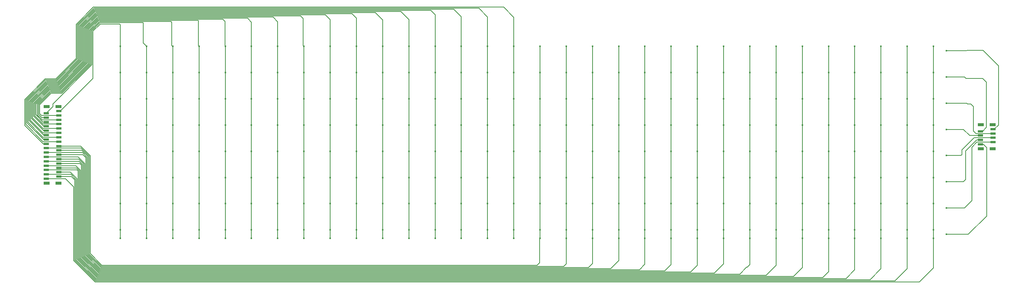
<source format=gbl>
G04 #@! TF.GenerationSoftware,KiCad,Pcbnew,6.0.8+dfsg-1~bpo11+1*
G04 #@! TF.CreationDate,2023-03-24T18:53:16-04:00*
G04 #@! TF.ProjectId,captouch_sensor_diamond_large_gaps,63617074-6f75-4636-985f-73656e736f72,rev?*
G04 #@! TF.SameCoordinates,Original*
G04 #@! TF.FileFunction,Copper,L2,Bot*
G04 #@! TF.FilePolarity,Positive*
%FSLAX46Y46*%
G04 Gerber Fmt 4.6, Leading zero omitted, Abs format (unit mm)*
G04 Created by KiCad (PCBNEW 6.0.8+dfsg-1~bpo11+1) date 2023-03-24 18:53:16*
%MOMM*%
%LPD*%
G01*
G04 APERTURE LIST*
G04 #@! TA.AperFunction,SMDPad,CuDef*
%ADD10R,1.200000X0.600000*%
G04 #@! TD*
G04 #@! TA.AperFunction,SMDPad,CuDef*
%ADD11R,1.400000X0.800000*%
G04 #@! TD*
G04 #@! TA.AperFunction,ViaPad*
%ADD12C,0.400000*%
G04 #@! TD*
G04 #@! TA.AperFunction,Conductor*
%ADD13C,0.127000*%
G04 #@! TD*
G04 APERTURE END LIST*
D10*
X52125000Y-72625000D03*
X49225000Y-73125000D03*
X52125000Y-73625000D03*
X49225000Y-74125000D03*
X52125000Y-74625000D03*
X49225000Y-75125000D03*
X52125000Y-75625000D03*
X49225000Y-76125000D03*
X52125000Y-76625000D03*
X49225000Y-77125000D03*
X52125000Y-77625000D03*
X49225000Y-78125000D03*
X52125000Y-78625000D03*
X49225000Y-79125000D03*
X52125000Y-79625000D03*
X49225000Y-80125000D03*
X52125000Y-80625000D03*
X49225000Y-81125000D03*
X52125000Y-81625000D03*
X49225000Y-82125000D03*
X52125000Y-82625000D03*
X49225000Y-83125000D03*
X52125000Y-83625000D03*
X49225000Y-84125000D03*
X52125000Y-84625000D03*
X49225000Y-85125000D03*
X52125000Y-85625000D03*
X49225000Y-86125000D03*
X52125000Y-86625000D03*
X49225000Y-87125000D03*
X52125000Y-87625000D03*
X49225000Y-88125000D03*
D11*
X52025000Y-71625000D03*
X49325000Y-71625000D03*
X52025000Y-89125000D03*
X49325000Y-89125000D03*
D10*
X265775000Y-76750000D03*
X262875000Y-77250000D03*
X265775000Y-77750000D03*
X262875000Y-78250000D03*
X265775000Y-78750000D03*
X262875000Y-79250000D03*
X265775000Y-79750000D03*
X262875000Y-80250000D03*
D11*
X265675000Y-75750000D03*
X262975000Y-75750000D03*
X265675000Y-81250000D03*
X262975000Y-81250000D03*
D12*
X255075000Y-58825000D03*
X255075000Y-64825000D03*
X255075000Y-70825000D03*
X255075000Y-76825000D03*
X255075000Y-82825000D03*
X255075000Y-88825000D03*
X255075000Y-94825000D03*
X255075000Y-100825000D03*
X66150000Y-101775000D03*
X66150000Y-93825000D03*
X66150000Y-87825000D03*
X66150000Y-63825000D03*
X66150000Y-57825000D03*
X66150000Y-75825000D03*
X66150000Y-69825000D03*
X66150000Y-81825000D03*
X66150000Y-99825000D03*
X72150000Y-75825000D03*
X72150000Y-63825000D03*
X72150000Y-81825000D03*
X72150000Y-93825000D03*
X72150000Y-87825000D03*
X72150000Y-57825000D03*
X72150000Y-69825000D03*
X72150000Y-101775000D03*
X72150000Y-99825000D03*
X78150000Y-69825000D03*
X78150000Y-93825000D03*
X78150000Y-57825000D03*
X78150000Y-101775000D03*
X78150000Y-99825000D03*
X78150000Y-63825000D03*
X78150000Y-87825000D03*
X78150000Y-75825000D03*
X78150000Y-81825000D03*
X84150000Y-101775000D03*
X84150000Y-99825000D03*
X84150000Y-75825000D03*
X84150000Y-57825000D03*
X84150000Y-87825000D03*
X84150000Y-69825000D03*
X84150000Y-63825000D03*
X84150000Y-81825000D03*
X84150000Y-93825000D03*
X90150000Y-99825000D03*
X90150000Y-87825000D03*
X90150000Y-63825000D03*
X90150000Y-69825000D03*
X90150000Y-57825000D03*
X90150000Y-101775000D03*
X90150000Y-81825000D03*
X90150000Y-75825000D03*
X90150000Y-93825000D03*
X96150000Y-57825000D03*
X96150000Y-75825000D03*
X96150000Y-87825000D03*
X96150000Y-99825000D03*
X96150000Y-63825000D03*
X96150000Y-81825000D03*
X96150000Y-101775000D03*
X96150000Y-69825000D03*
X96150000Y-93825000D03*
X102150000Y-101775000D03*
X102150000Y-93825000D03*
X102150000Y-63825000D03*
X102150000Y-81825000D03*
X102150000Y-69825000D03*
X102150000Y-75825000D03*
X102150000Y-87825000D03*
X102150000Y-57825000D03*
X102150000Y-99825000D03*
X108150000Y-93825000D03*
X108150000Y-57825000D03*
X108150000Y-99825000D03*
X108150000Y-75825000D03*
X108150000Y-87825000D03*
X108150000Y-63825000D03*
X108150000Y-81825000D03*
X108150000Y-101775000D03*
X108150000Y-69825000D03*
X114150000Y-75825000D03*
X114150000Y-69825000D03*
X114150000Y-63825000D03*
X114150000Y-87825000D03*
X114150000Y-99825000D03*
X114150000Y-57825000D03*
X114150000Y-81825000D03*
X114150000Y-101775000D03*
X114150000Y-93825000D03*
X120150000Y-101775000D03*
X120150000Y-69825000D03*
X120150000Y-87825000D03*
X120150000Y-57825000D03*
X120150000Y-93825000D03*
X120150000Y-75825000D03*
X120150000Y-99825000D03*
X120150000Y-63825000D03*
X120150000Y-81825000D03*
X126150000Y-87825000D03*
X126150000Y-93825000D03*
X126150000Y-99825000D03*
X126150000Y-75825000D03*
X126150000Y-101775000D03*
X126150000Y-69825000D03*
X126150000Y-63825000D03*
X126150000Y-57825000D03*
X126150000Y-81825000D03*
X132150000Y-63825000D03*
X132150000Y-101775000D03*
X132150000Y-93825000D03*
X132150000Y-99825000D03*
X132150000Y-57825000D03*
X132150000Y-75825000D03*
X132150000Y-81825000D03*
X132150000Y-69825000D03*
X132150000Y-87825000D03*
X138150000Y-93825000D03*
X138150000Y-87825000D03*
X138150000Y-75825000D03*
X138150000Y-99825000D03*
X138150000Y-81825000D03*
X138150000Y-63825000D03*
X138150000Y-101775000D03*
X138150000Y-69825000D03*
X138150000Y-57825000D03*
X144150000Y-57825000D03*
X144150000Y-99825000D03*
X144150000Y-101775000D03*
X144150000Y-93825000D03*
X144150000Y-63825000D03*
X144150000Y-75825000D03*
X144150000Y-87825000D03*
X144150000Y-69825000D03*
X144150000Y-81825000D03*
X150150000Y-63825000D03*
X150150000Y-99825000D03*
X150150000Y-87825000D03*
X150150000Y-75825000D03*
X150150000Y-93825000D03*
X150150000Y-101775000D03*
X150150000Y-69825000D03*
X150150000Y-81825000D03*
X150150000Y-57825000D03*
X156150000Y-81825000D03*
X156150000Y-57825000D03*
X156150000Y-69825000D03*
X156150000Y-99825000D03*
X156150000Y-101775000D03*
X156150000Y-93825000D03*
X156150000Y-87825000D03*
X156150000Y-63825000D03*
X156150000Y-75825000D03*
X162150000Y-93825000D03*
X162150000Y-69825000D03*
X162150000Y-75825000D03*
X162150000Y-87825000D03*
X162150000Y-99825000D03*
X162150000Y-81825000D03*
X162150000Y-57825000D03*
X162150000Y-101775000D03*
X162150000Y-63825000D03*
X168150000Y-57825000D03*
X168150000Y-75825000D03*
X168150000Y-101775000D03*
X168150000Y-93825000D03*
X168150000Y-63825000D03*
X168150000Y-99825000D03*
X168150000Y-81825000D03*
X168150000Y-69825000D03*
X168150000Y-87825000D03*
X174150000Y-69825000D03*
X174150000Y-75825000D03*
X174150000Y-101775000D03*
X174150000Y-57825000D03*
X174150000Y-87825000D03*
X174150000Y-63825000D03*
X174150000Y-93825000D03*
X174150000Y-81825000D03*
X174150000Y-99825000D03*
X180150000Y-57825000D03*
X180150000Y-63825000D03*
X180150000Y-87825000D03*
X180150000Y-101775000D03*
X180150000Y-69825000D03*
X180150000Y-75825000D03*
X180150000Y-99825000D03*
X180150000Y-93825000D03*
X180150000Y-81825000D03*
X186150000Y-63825000D03*
X186150000Y-87825000D03*
X186150000Y-57825000D03*
X186150000Y-81825000D03*
X186150000Y-99825000D03*
X186150000Y-69825000D03*
X186150000Y-93825000D03*
X186150000Y-101775000D03*
X186150000Y-75825000D03*
X192150000Y-63825000D03*
X192150000Y-81825000D03*
X192150000Y-99825000D03*
X192150000Y-57825000D03*
X192150000Y-87825000D03*
X192150000Y-69825000D03*
X192150000Y-93825000D03*
X192150000Y-101775000D03*
X192150000Y-75825000D03*
X198150000Y-75825000D03*
X198150000Y-81825000D03*
X198150000Y-93825000D03*
X198150000Y-69825000D03*
X198150000Y-101775000D03*
X198150000Y-99825000D03*
X198150000Y-87825000D03*
X198150000Y-57825000D03*
X198150000Y-63825000D03*
X204150000Y-99825000D03*
X204150000Y-69825000D03*
X204150000Y-57825000D03*
X204150000Y-75825000D03*
X204150000Y-101775000D03*
X204150000Y-81825000D03*
X204150000Y-63825000D03*
X204150000Y-87825000D03*
X204150000Y-93825000D03*
X210150000Y-57825000D03*
X210150000Y-93825000D03*
X210150000Y-69825000D03*
X210150000Y-81825000D03*
X210150000Y-101775000D03*
X210150000Y-75825000D03*
X210150000Y-99825000D03*
X210150000Y-63825000D03*
X210150000Y-87825000D03*
X216150000Y-69825000D03*
X216150000Y-87825000D03*
X216150000Y-81825000D03*
X216150000Y-57825000D03*
X216150000Y-93825000D03*
X216150000Y-99825000D03*
X216150000Y-101775000D03*
X216150000Y-75825000D03*
X216150000Y-63825000D03*
X222150000Y-69825000D03*
X222150000Y-75825000D03*
X222150000Y-81825000D03*
X222150000Y-101775000D03*
X222150000Y-87825000D03*
X222150000Y-93825000D03*
X222150000Y-99825000D03*
X222150000Y-63825000D03*
X222150000Y-57825000D03*
X228150000Y-99825000D03*
X228150000Y-87825000D03*
X228150000Y-63825000D03*
X228150000Y-75825000D03*
X228150000Y-93825000D03*
X228150000Y-81825000D03*
X228150000Y-57825000D03*
X228150000Y-101775000D03*
X228150000Y-69825000D03*
X234150000Y-69825000D03*
X234150000Y-57825000D03*
X234150000Y-87825000D03*
X234150000Y-93825000D03*
X234150000Y-101775000D03*
X234150000Y-63825000D03*
X234150000Y-81825000D03*
X234150000Y-75825000D03*
X234150000Y-99825000D03*
X240150000Y-99825000D03*
X240150000Y-63825000D03*
X240150000Y-101775000D03*
X240150000Y-57825000D03*
X240150000Y-69825000D03*
X240150000Y-75825000D03*
X240150000Y-81825000D03*
X240150000Y-87825000D03*
X240150000Y-93825000D03*
X246150000Y-63825000D03*
X246150000Y-57825000D03*
X246150000Y-81825000D03*
X246150000Y-93825000D03*
X246150000Y-69825000D03*
X246150000Y-87825000D03*
X246150000Y-99825000D03*
X246150000Y-75825000D03*
X246150000Y-101775000D03*
X252150000Y-93825000D03*
X252150000Y-81825000D03*
X252150000Y-69825000D03*
X252150000Y-87825000D03*
X252150000Y-57825000D03*
X252150000Y-101775000D03*
X252150000Y-99825000D03*
X252150000Y-63825000D03*
X252150000Y-75825000D03*
D13*
X266075000Y-76750000D02*
X267025000Y-75800000D01*
X267025000Y-62300000D02*
X263500000Y-58775000D01*
X259775000Y-58775000D02*
X263500000Y-58775000D01*
X265775000Y-76750000D02*
X266075000Y-76750000D01*
X259725000Y-58825000D02*
X259775000Y-58775000D01*
X255075000Y-58825000D02*
X259725000Y-58825000D01*
X267025000Y-75800000D02*
X267025000Y-62300000D01*
X262875000Y-77250000D02*
X263375000Y-77250000D01*
X259275000Y-64825000D02*
X259600000Y-65150000D01*
X264300000Y-76325000D02*
X264300000Y-66050000D01*
X255075000Y-64825000D02*
X259275000Y-64825000D01*
X263400000Y-65150000D02*
X259600000Y-65150000D01*
X263375000Y-77250000D02*
X264300000Y-76325000D01*
X264300000Y-66050000D02*
X263400000Y-65150000D01*
X265775000Y-77750000D02*
X261850000Y-77750000D01*
X255075000Y-70825000D02*
X259800000Y-70825000D01*
X261325000Y-71600000D02*
X260700000Y-70975000D01*
X261850000Y-77750000D02*
X261325000Y-77225000D01*
X259800000Y-70825000D02*
X259950000Y-70975000D01*
X261325000Y-77225000D02*
X261325000Y-71600000D01*
X260700000Y-70975000D02*
X259950000Y-70975000D01*
X258875000Y-76825000D02*
X258900000Y-76850000D01*
X262875000Y-78250000D02*
X260450000Y-78250000D01*
X260450000Y-78250000D02*
X259050000Y-76850000D01*
X255075000Y-76825000D02*
X258875000Y-76825000D01*
X259050000Y-76850000D02*
X258900000Y-76850000D01*
X258450000Y-82825000D02*
X258700000Y-82575000D01*
X258700000Y-81475000D02*
X261425000Y-78750000D01*
X255075000Y-82825000D02*
X258450000Y-82825000D01*
X258700000Y-82575000D02*
X258700000Y-81475000D01*
X261425000Y-78750000D02*
X265775000Y-78750000D01*
X262025000Y-79250000D02*
X262875000Y-79250000D01*
X259500000Y-81775000D02*
X262025000Y-79250000D01*
X259500000Y-88300000D02*
X259500000Y-81775000D01*
X255075000Y-88825000D02*
X258975000Y-88825000D01*
X258975000Y-88825000D02*
X259500000Y-88300000D01*
X255075000Y-94825000D02*
X259275000Y-94825000D01*
X260950000Y-80894000D02*
X262094000Y-79750000D01*
X260950000Y-93150000D02*
X260950000Y-80894000D01*
X259275000Y-94825000D02*
X260950000Y-93150000D01*
X262094000Y-79750000D02*
X265775000Y-79750000D01*
X260150000Y-100825000D02*
X264325000Y-96650000D01*
X264325000Y-80973000D02*
X263602000Y-80250000D01*
X264325000Y-96650000D02*
X264325000Y-80973000D01*
X263602000Y-80250000D02*
X262875000Y-80250000D01*
X255075000Y-100825000D02*
X260150000Y-100825000D01*
X59875000Y-65175000D02*
X59875000Y-54375000D01*
X66150000Y-57825000D02*
X66150000Y-101775000D01*
X59875000Y-54375000D02*
X61550000Y-52700000D01*
X66150000Y-57825000D02*
X66150000Y-52875000D01*
X52425000Y-72625000D02*
X59875000Y-65175000D01*
X61550000Y-52700000D02*
X65975000Y-52700000D01*
X66150000Y-52875000D02*
X65975000Y-52700000D01*
X52125000Y-72625000D02*
X52425000Y-72625000D01*
X71400000Y-57075000D02*
X72150000Y-57825000D01*
X50725000Y-70975000D02*
X59621000Y-62079000D01*
X50725000Y-71625000D02*
X50725000Y-70975000D01*
X59621000Y-54269790D02*
X61465790Y-52425000D01*
X49225000Y-73125000D02*
X50725000Y-71625000D01*
X61465790Y-52425000D02*
X71400000Y-52425000D01*
X72150000Y-57825000D02*
X72150000Y-101775000D01*
X59621000Y-62079000D02*
X59621000Y-54269790D01*
X71400000Y-52425000D02*
X71400000Y-57075000D01*
X52765790Y-68575000D02*
X59367000Y-61973790D01*
X78150000Y-57825000D02*
X78150000Y-101775000D01*
X59367000Y-61973790D02*
X59367000Y-54164580D01*
X48100000Y-73625000D02*
X47700000Y-73225000D01*
X77950000Y-52375000D02*
X77950000Y-57625000D01*
X77746000Y-52171000D02*
X77950000Y-52375000D01*
X59367000Y-54164580D02*
X61360580Y-52171000D01*
X52125000Y-73625000D02*
X48100000Y-73625000D01*
X50325000Y-68575000D02*
X52765790Y-68575000D01*
X77950000Y-57625000D02*
X78150000Y-57825000D01*
X47700000Y-73225000D02*
X47700000Y-71200000D01*
X47700000Y-71200000D02*
X50325000Y-68575000D01*
X61360580Y-52171000D02*
X77746000Y-52171000D01*
X52660580Y-68321000D02*
X59113000Y-61868580D01*
X84150000Y-57825000D02*
X84150000Y-101775000D01*
X59113000Y-54059370D02*
X61255370Y-51917000D01*
X61255370Y-51917000D02*
X83892000Y-51917000D01*
X59113000Y-61868580D02*
X59113000Y-54059370D01*
X83975000Y-57650000D02*
X84150000Y-57825000D01*
X48200000Y-74125000D02*
X47446000Y-73371000D01*
X83892000Y-51917000D02*
X83975000Y-52000000D01*
X83975000Y-52000000D02*
X83975000Y-57650000D01*
X50219790Y-68321000D02*
X52660580Y-68321000D01*
X47446000Y-73371000D02*
X47446000Y-71094790D01*
X47446000Y-71094790D02*
X50219790Y-68321000D01*
X49225000Y-74125000D02*
X48200000Y-74125000D01*
X90075000Y-52175000D02*
X90075000Y-57750000D01*
X47192000Y-70989580D02*
X50114580Y-68067000D01*
X52555370Y-68067000D02*
X58859000Y-61763370D01*
X48300000Y-74625000D02*
X47192000Y-73517000D01*
X61150160Y-51663000D02*
X89563000Y-51663000D01*
X58859000Y-61763370D02*
X58859000Y-53954160D01*
X52125000Y-74625000D02*
X48300000Y-74625000D01*
X89563000Y-51663000D02*
X90075000Y-52175000D01*
X58859000Y-53954160D02*
X61150160Y-51663000D01*
X47192000Y-73517000D02*
X47192000Y-70989580D01*
X50114580Y-68067000D02*
X52555370Y-68067000D01*
X90150000Y-57825000D02*
X90150000Y-101775000D01*
X90075000Y-57750000D02*
X90150000Y-57825000D01*
X61044950Y-51409000D02*
X58605000Y-53848950D01*
X95234000Y-51409000D02*
X61044950Y-51409000D01*
X96150000Y-57825000D02*
X96150000Y-52325000D01*
X46800000Y-73484210D02*
X48440790Y-75125000D01*
X48440790Y-75125000D02*
X49225000Y-75125000D01*
X50009370Y-67813000D02*
X46800000Y-71022370D01*
X46800000Y-71022370D02*
X46800000Y-73484210D01*
X96150000Y-52325000D02*
X95234000Y-51409000D01*
X58605000Y-61658160D02*
X52450160Y-67813000D01*
X52450160Y-67813000D02*
X50009370Y-67813000D01*
X58605000Y-53848950D02*
X58605000Y-61658160D01*
X96150000Y-57825000D02*
X96150000Y-101775000D01*
X102150000Y-52225000D02*
X102150000Y-57825000D01*
X101080000Y-51155000D02*
X102150000Y-52225000D01*
X58351000Y-61552950D02*
X58351000Y-53743740D01*
X46546000Y-70917160D02*
X49904160Y-67559000D01*
X52125000Y-75625000D02*
X48444000Y-75625000D01*
X52344950Y-67559000D02*
X58351000Y-61552950D01*
X60939740Y-51155000D02*
X101080000Y-51155000D01*
X46546000Y-73727000D02*
X46546000Y-70917160D01*
X49904160Y-67559000D02*
X52344950Y-67559000D01*
X102150000Y-57825000D02*
X102150000Y-101775000D01*
X48444000Y-75625000D02*
X46546000Y-73727000D01*
X58351000Y-53743740D02*
X60939740Y-51155000D01*
X107401000Y-50901000D02*
X107937500Y-51437500D01*
X52239740Y-67305000D02*
X58097000Y-61447740D01*
X49225000Y-76125000D02*
X48584790Y-76125000D01*
X107937500Y-51437500D02*
X107937500Y-57612500D01*
X48584790Y-76125000D02*
X46292000Y-73832210D01*
X107937500Y-57612500D02*
X108150000Y-57825000D01*
X108150000Y-57825000D02*
X108150000Y-101775000D01*
X46292000Y-70811950D02*
X49798950Y-67305000D01*
X60834530Y-50901000D02*
X107401000Y-50901000D01*
X58097000Y-53638530D02*
X60834530Y-50901000D01*
X58097000Y-61447740D02*
X58097000Y-53638530D01*
X49798950Y-67305000D02*
X52239740Y-67305000D01*
X46292000Y-73832210D02*
X46292000Y-70811950D01*
X49693740Y-67051000D02*
X52134530Y-67051000D01*
X52125000Y-76625000D02*
X48444000Y-76625000D01*
X60729320Y-50647000D02*
X113072000Y-50647000D01*
X52134530Y-67051000D02*
X57843000Y-61342530D01*
X113072000Y-50647000D02*
X114150000Y-51725000D01*
X46038000Y-70706740D02*
X49693740Y-67051000D01*
X114150000Y-51725000D02*
X114150000Y-57825000D01*
X57843000Y-53533320D02*
X60729320Y-50647000D01*
X46038000Y-74219000D02*
X46038000Y-70706740D01*
X48444000Y-76625000D02*
X46038000Y-74219000D01*
X114150000Y-57825000D02*
X114150000Y-101775000D01*
X57843000Y-61342530D02*
X57843000Y-53533320D01*
X49588530Y-66797000D02*
X45784000Y-70601530D01*
X52029320Y-66797000D02*
X49588530Y-66797000D01*
X120150000Y-57825000D02*
X120150000Y-51375000D01*
X57589000Y-61237320D02*
X52029320Y-66797000D01*
X120150000Y-51375000D02*
X119168000Y-50393000D01*
X45784000Y-74324210D02*
X48584790Y-77125000D01*
X120150000Y-57825000D02*
X120150000Y-101775000D01*
X45784000Y-70601530D02*
X45784000Y-74324210D01*
X60624110Y-50393000D02*
X57589000Y-53428110D01*
X57589000Y-53428110D02*
X57589000Y-61237320D01*
X119168000Y-50393000D02*
X60624110Y-50393000D01*
X48584790Y-77125000D02*
X49225000Y-77125000D01*
X126150000Y-57825000D02*
X126150000Y-51825000D01*
X49483320Y-66543000D02*
X45530000Y-70496320D01*
X57335000Y-61132110D02*
X51924110Y-66543000D01*
X124464000Y-50139000D02*
X60518900Y-50139000D01*
X60518900Y-50139000D02*
X57335000Y-53322900D01*
X45530000Y-70496320D02*
X45530000Y-74711000D01*
X126150000Y-57825000D02*
X126150000Y-101775000D01*
X51924110Y-66543000D02*
X49483320Y-66543000D01*
X57335000Y-53322900D02*
X57335000Y-61132110D01*
X48444000Y-77625000D02*
X52125000Y-77625000D01*
X126150000Y-51825000D02*
X124464000Y-50139000D01*
X45530000Y-74711000D02*
X48444000Y-77625000D01*
X132150000Y-57825000D02*
X132150000Y-101775000D01*
X45276000Y-70391110D02*
X45276000Y-74816210D01*
X57081000Y-53217690D02*
X57081000Y-61026900D01*
X49378110Y-66289000D02*
X45276000Y-70391110D01*
X51818900Y-66289000D02*
X49378110Y-66289000D01*
X60413690Y-49885000D02*
X57081000Y-53217690D01*
X57081000Y-61026900D02*
X51818900Y-66289000D01*
X45276000Y-74816210D02*
X48584790Y-78125000D01*
X132150000Y-57825000D02*
X132150000Y-51750000D01*
X48584790Y-78125000D02*
X49225000Y-78125000D01*
X132150000Y-51750000D02*
X130285000Y-49885000D01*
X130285000Y-49885000D02*
X60413690Y-49885000D01*
X56827000Y-53112480D02*
X56827000Y-60921690D01*
X45022000Y-70285900D02*
X45022000Y-75203000D01*
X48444000Y-78625000D02*
X52125000Y-78625000D01*
X138150000Y-57825000D02*
X138150000Y-101775000D01*
X137206000Y-49631000D02*
X60308480Y-49631000D01*
X60308480Y-49631000D02*
X56827000Y-53112480D01*
X45022000Y-75203000D02*
X48444000Y-78625000D01*
X138150000Y-57825000D02*
X138150000Y-50575000D01*
X138150000Y-50575000D02*
X137206000Y-49631000D01*
X49272900Y-66035000D02*
X45022000Y-70285900D01*
X51713690Y-66035000D02*
X49272900Y-66035000D01*
X56827000Y-60921690D02*
X51713690Y-66035000D01*
X44768000Y-75308210D02*
X48584790Y-79125000D01*
X44768000Y-70180690D02*
X44768000Y-75308210D01*
X48584790Y-79125000D02*
X49225000Y-79125000D01*
X60203270Y-49377000D02*
X56573000Y-53007270D01*
X56573000Y-60816480D02*
X51608480Y-65781000D01*
X56573000Y-53007270D02*
X56573000Y-60816480D01*
X49167690Y-65781000D02*
X44768000Y-70180690D01*
X142452000Y-49377000D02*
X60203270Y-49377000D01*
X144150000Y-57825000D02*
X144150000Y-101775000D01*
X51608480Y-65781000D02*
X49167690Y-65781000D01*
X144150000Y-51075000D02*
X142452000Y-49377000D01*
X144150000Y-57825000D02*
X144150000Y-51075000D01*
X49062480Y-65527000D02*
X44514000Y-70075480D01*
X60098060Y-49123000D02*
X56319000Y-52902060D01*
X150150000Y-57825000D02*
X150150000Y-101775000D01*
X44514000Y-75695000D02*
X48444000Y-79625000D01*
X150150000Y-51100000D02*
X148173000Y-49123000D01*
X148173000Y-49123000D02*
X60098060Y-49123000D01*
X44514000Y-70075480D02*
X44514000Y-75695000D01*
X56319000Y-60711270D02*
X51503270Y-65527000D01*
X48444000Y-79625000D02*
X52125000Y-79625000D01*
X150150000Y-57825000D02*
X150150000Y-51100000D01*
X51503270Y-65527000D02*
X49062480Y-65527000D01*
X56319000Y-52902060D02*
X56319000Y-60711270D01*
X48498000Y-80125000D02*
X49225000Y-80125000D01*
X44260000Y-75887000D02*
X48498000Y-80125000D01*
X56065000Y-52796850D02*
X56065000Y-60606060D01*
X59992850Y-48869000D02*
X56065000Y-52796850D01*
X48957270Y-65273000D02*
X44260000Y-69970270D01*
X156150000Y-57825000D02*
X156150000Y-51200000D01*
X156150000Y-51200000D02*
X153819000Y-48869000D01*
X56065000Y-60606060D02*
X51398060Y-65273000D01*
X153819000Y-48869000D02*
X59992850Y-48869000D01*
X51398060Y-65273000D02*
X48957270Y-65273000D01*
X44260000Y-69970270D02*
X44260000Y-75887000D01*
X156150000Y-57825000D02*
X156150000Y-101775000D01*
X59275000Y-105250000D02*
X61925000Y-107900000D01*
X61925000Y-107900000D02*
X161475000Y-107900000D01*
X59275000Y-82850000D02*
X59275000Y-105250000D01*
X162050000Y-101875000D02*
X162150000Y-101775000D01*
X57050000Y-80625000D02*
X59275000Y-82850000D01*
X52125000Y-80625000D02*
X57050000Y-80625000D01*
X162150000Y-57825000D02*
X162150000Y-101775000D01*
X161475000Y-107900000D02*
X162050000Y-107325000D01*
X162050000Y-107325000D02*
X162050000Y-101875000D01*
X168150000Y-107550000D02*
X167546000Y-108154000D01*
X168150000Y-101775000D02*
X168150000Y-107550000D01*
X57190790Y-81125000D02*
X49225000Y-81125000D01*
X168150000Y-57825000D02*
X168150000Y-101775000D01*
X59021000Y-105355210D02*
X59021000Y-82955210D01*
X167546000Y-108154000D02*
X61819790Y-108154000D01*
X61819790Y-108154000D02*
X59021000Y-105355210D01*
X59021000Y-82955210D02*
X57190790Y-81125000D01*
X57331580Y-81625000D02*
X52125000Y-81625000D01*
X173217000Y-108408000D02*
X61714580Y-108408000D01*
X174150000Y-101775000D02*
X174150000Y-107475000D01*
X58767000Y-105460420D02*
X58767000Y-83060420D01*
X174150000Y-57825000D02*
X174150000Y-101775000D01*
X61714580Y-108408000D02*
X58767000Y-105460420D01*
X58767000Y-83060420D02*
X57331580Y-81625000D01*
X174150000Y-107475000D02*
X173217000Y-108408000D01*
X58513000Y-83165630D02*
X57472370Y-82125000D01*
X178288000Y-108662000D02*
X61609370Y-108662000D01*
X180150000Y-106800000D02*
X178288000Y-108662000D01*
X180150000Y-57825000D02*
X180150000Y-101775000D01*
X58513000Y-105565630D02*
X58513000Y-83165630D01*
X57472370Y-82125000D02*
X49225000Y-82125000D01*
X61609370Y-108662000D02*
X58513000Y-105565630D01*
X180150000Y-101775000D02*
X180150000Y-106800000D01*
X186150000Y-107700000D02*
X184934000Y-108916000D01*
X186150000Y-101775000D02*
X186150000Y-107700000D01*
X61504160Y-108916000D02*
X58259000Y-105670840D01*
X184934000Y-108916000D02*
X61504160Y-108916000D01*
X58259000Y-105670840D02*
X58259000Y-83270840D01*
X58259000Y-83270840D02*
X57613160Y-82625000D01*
X186150000Y-57825000D02*
X186150000Y-101775000D01*
X57613160Y-82625000D02*
X52125000Y-82625000D01*
X58005000Y-105776050D02*
X58005000Y-84655000D01*
X58005000Y-84655000D02*
X56475000Y-83125000D01*
X190705000Y-109170000D02*
X61398950Y-109170000D01*
X192150000Y-57825000D02*
X192150000Y-101775000D01*
X192150000Y-101775000D02*
X192150000Y-107725000D01*
X61398950Y-109170000D02*
X58005000Y-105776050D01*
X56475000Y-83125000D02*
X49225000Y-83125000D01*
X192150000Y-107725000D02*
X190705000Y-109170000D01*
X57751000Y-84760210D02*
X56615790Y-83625000D01*
X198150000Y-107900000D02*
X196626000Y-109424000D01*
X198150000Y-101775000D02*
X198150000Y-107900000D01*
X56615790Y-83625000D02*
X52125000Y-83625000D01*
X61293740Y-109424000D02*
X57751000Y-105881260D01*
X196626000Y-109424000D02*
X61293740Y-109424000D01*
X57751000Y-105881260D02*
X57751000Y-84760210D01*
X198150000Y-57825000D02*
X198150000Y-101775000D01*
X202072000Y-109678000D02*
X61188530Y-109678000D01*
X57497000Y-84865420D02*
X56756580Y-84125000D01*
X57497000Y-105986470D02*
X57497000Y-84865420D01*
X204150000Y-57825000D02*
X204150000Y-101775000D01*
X204150000Y-101775000D02*
X204150000Y-107600000D01*
X204150000Y-107600000D02*
X202072000Y-109678000D01*
X61188530Y-109678000D02*
X57497000Y-105986470D01*
X56756580Y-84125000D02*
X49225000Y-84125000D01*
X57243000Y-84970630D02*
X57243000Y-106091680D01*
X61083320Y-109932000D02*
X207843000Y-109932000D01*
X209537500Y-108387500D02*
X209387500Y-108387500D01*
X52125000Y-84625000D02*
X56897370Y-84625000D01*
X210150000Y-101775000D02*
X210150000Y-107775000D01*
X210150000Y-107775000D02*
X209537500Y-108387500D01*
X57243000Y-106091680D02*
X61083320Y-109932000D01*
X207843000Y-109932000D02*
X209387500Y-108387500D01*
X210150000Y-57825000D02*
X210150000Y-101775000D01*
X56897370Y-84625000D02*
X57243000Y-84970630D01*
X60978110Y-110186000D02*
X56989000Y-106196890D01*
X56989000Y-106196890D02*
X56989000Y-86139000D01*
X216150000Y-57825000D02*
X216150000Y-101775000D01*
X216150000Y-101775000D02*
X216150000Y-107925000D01*
X55975000Y-85125000D02*
X49225000Y-85125000D01*
X213889000Y-110186000D02*
X60978110Y-110186000D01*
X56989000Y-86139000D02*
X55975000Y-85125000D01*
X216150000Y-107925000D02*
X213889000Y-110186000D01*
X222150000Y-57825000D02*
X222150000Y-101775000D01*
X60872900Y-110440000D02*
X56735000Y-106302100D01*
X56735000Y-86244210D02*
X56115790Y-85625000D01*
X220185000Y-110440000D02*
X60872900Y-110440000D01*
X222150000Y-101775000D02*
X222150000Y-108475000D01*
X56735000Y-106302100D02*
X56735000Y-86244210D01*
X222150000Y-108475000D02*
X220185000Y-110440000D01*
X56115790Y-85625000D02*
X52125000Y-85625000D01*
X226831000Y-110694000D02*
X60767690Y-110694000D01*
X60767690Y-110694000D02*
X56481000Y-106407310D01*
X56256580Y-86125000D02*
X49225000Y-86125000D01*
X228150000Y-101775000D02*
X228150000Y-109375000D01*
X228150000Y-109375000D02*
X226831000Y-110694000D01*
X56481000Y-106407310D02*
X56481000Y-86349420D01*
X228150000Y-57825000D02*
X228150000Y-101775000D01*
X56481000Y-86349420D02*
X56256580Y-86125000D01*
X54700000Y-86625000D02*
X52125000Y-86625000D01*
X56227000Y-88152000D02*
X54700000Y-86625000D01*
X234150000Y-108975000D02*
X232177000Y-110948000D01*
X56227000Y-106512520D02*
X56227000Y-88152000D01*
X232177000Y-110948000D02*
X60662480Y-110948000D01*
X234150000Y-101775000D02*
X234150000Y-108975000D01*
X234150000Y-57825000D02*
X234150000Y-101775000D01*
X60662480Y-110948000D02*
X56227000Y-106512520D01*
X55973000Y-106617730D02*
X60557270Y-111202000D01*
X54840790Y-87125000D02*
X55973000Y-88257210D01*
X240150000Y-101775000D02*
X240150000Y-108725000D01*
X237673000Y-111202000D02*
X240150000Y-108725000D01*
X55973000Y-88257210D02*
X55973000Y-106617730D01*
X240150000Y-57825000D02*
X240150000Y-101775000D01*
X49225000Y-87125000D02*
X54840790Y-87125000D01*
X60557270Y-111202000D02*
X237673000Y-111202000D01*
X55719000Y-88362420D02*
X54981580Y-87625000D01*
X246150000Y-101775000D02*
X246150000Y-108650000D01*
X246150000Y-57825000D02*
X246150000Y-101775000D01*
X246150000Y-108650000D02*
X243344000Y-111456000D01*
X243344000Y-111456000D02*
X60452060Y-111456000D01*
X54981580Y-87625000D02*
X52125000Y-87625000D01*
X60452060Y-111456000D02*
X55719000Y-106722940D01*
X55719000Y-106722940D02*
X55719000Y-88362420D01*
X55465000Y-106828150D02*
X55465000Y-89990000D01*
X252150000Y-57825000D02*
X252150000Y-101775000D01*
X60346850Y-111710000D02*
X55465000Y-106828150D01*
X252150000Y-108500000D02*
X248940000Y-111710000D01*
X55465000Y-89990000D02*
X53600000Y-88125000D01*
X248940000Y-111710000D02*
X60346850Y-111710000D01*
X252150000Y-101775000D02*
X252150000Y-108500000D01*
X53600000Y-88125000D02*
X49225000Y-88125000D01*
M02*

</source>
